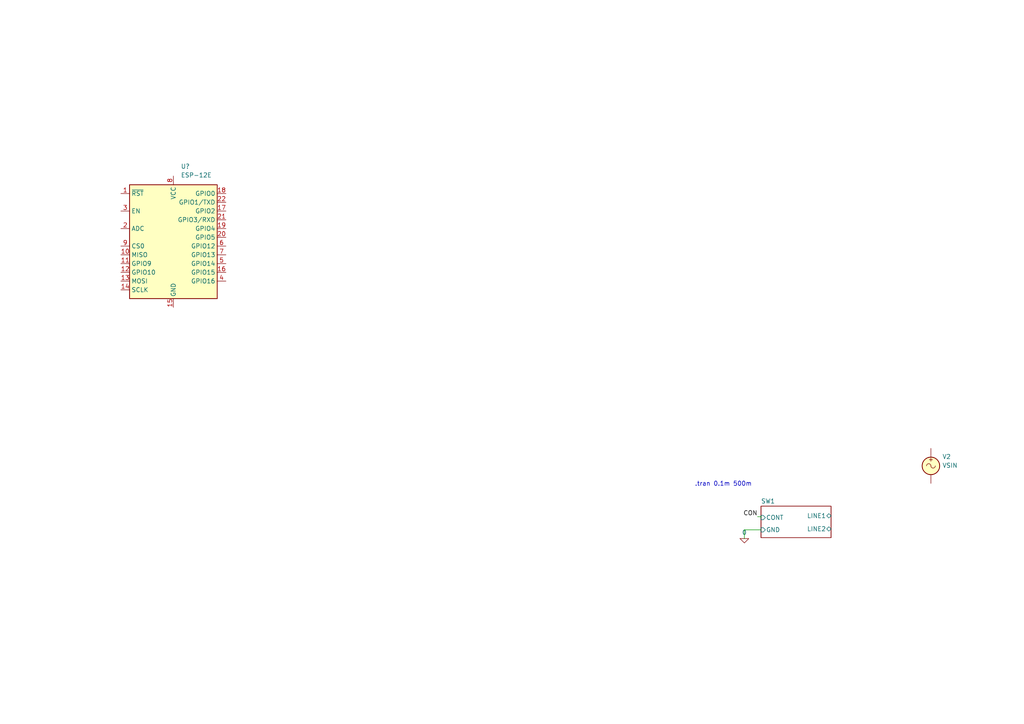
<source format=kicad_sch>
(kicad_sch (version 20250114) (generator "eeschema") (generator_version "9.0")
  (paper "A4")
  (lib_symbols
    (symbol "RF_Module:ESP-12E"
      (property "Reference" "U" (at -12.7 19.05 0))
      (property "Value" "ESP-12E" (at 12.7 19.05 0))
      (symbol "ESP-12E_0_1"
        (rectangle (start -12.7 17.78) (end 12.7 -15.24) (stroke (width 0.254)) (fill (type background)))
      )
      (symbol "ESP-12E_1_1"
        (pin input line (at -15.24 15.24 0) (length 2.54) (name "~{RST}") (number "1"))
        (pin input line (at -15.24 10.16 0) (length 2.54) (name "EN") (number "3"))
        (pin input line (at -15.24 5.08 0) (length 2.54) (name "ADC") (number "2"))
        (pin input line (at -15.24 0 0) (length 2.54) (name "CS0") (number "9"))
        (pin bidirectional line (at -15.24 -2.54 0) (length 2.54) (name "MISO") (number "10"))
        (pin bidirectional line (at -15.24 -5.08 0) (length 2.54) (name "GPIO9") (number "11"))
        (pin bidirectional line (at -15.24 -7.62 0) (length 2.54) (name "GPIO10") (number "12"))
        (pin bidirectional line (at -15.24 -10.16 0) (length 2.54) (name "MOSI") (number "13"))
        (pin bidirectional line (at -15.24 -12.7 0) (length 2.54) (name "SCLK") (number "14"))
        (pin power_in line (at 0 20.32 270) (length 2.54) (name "VCC") (number "8"))
        (pin power_in line (at 0 -17.78 90) (length 2.54) (name "GND") (number "15"))
        (pin bidirectional line (at 15.24 15.24 180) (length 2.54) (name "GPIO0") (number "18"))
        (pin bidirectional line (at 15.24 12.7 180) (length 2.54) (name "GPIO1/TXD") (number "22"))
        (pin bidirectional line (at 15.24 10.16 180) (length 2.54) (name "GPIO2") (number "17"))
        (pin bidirectional line (at 15.24 7.62 180) (length 2.54) (name "GPIO3/RXD") (number "21"))
        (pin bidirectional line (at 15.24 5.08 180) (length 2.54) (name "GPIO4") (number "19"))
        (pin bidirectional line (at 15.24 2.54 180) (length 2.54) (name "GPIO5") (number "20"))
        (pin bidirectional line (at 15.24 0 180) (length 2.54) (name "GPIO12") (number "6"))
        (pin bidirectional line (at 15.24 -2.54 180) (length 2.54) (name "GPIO13") (number "7"))
        (pin bidirectional line (at 15.24 -5.08 180) (length 2.54) (name "GPIO14") (number "5"))
        (pin bidirectional line (at 15.24 -7.62 180) (length 2.54) (name "GPIO15") (number "16"))
        (pin bidirectional line (at 15.24 -10.16 180) (length 2.54) (name "GPIO16") (number "4"))
      )
    )
    (symbol "Simulation_SPICE:0" (power) (pin_numbers (hide yes)) (pin_names (offset 0) (hide yes))
      (property "Value" "0" (at 0 -2.54 0))
      (symbol "0_0_1"
        (polyline (pts (xy -1.27 0) (xy 0 -1.27) (xy 1.27 0) (xy -1.27 0)))
      )
      (symbol "0_1_1"
        (pin power_in line (at 0 0 0) (length 0) (name "~") (number "1"))
      )
    )
    (symbol "Simulation_SPICE:VSIN" (pin_numbers (hide yes)) (pin_names (offset 0.0254))
      (property "Reference" "V" (at 2.54 2.54 0))
      (property "Value" "VSIN" (at 2.54 0 0))
      (property "Sim.Params" "dc=0 ampl=1 f=1k ac=1" (at 2.54 -2.54 0))
      (symbol "VSIN_0_0"
        (arc (start -1.27 0) (mid -0.635 0.6323) (end 0 0))
        (arc (start 1.27 0) (mid 0.635 -0.6323) (end 0 0))
        (text "+" (at 0 1.905 0) (effects (font (size 1.27 1.27))))
      )
      (symbol "VSIN_0_1"
        (circle (center 0 0) (radius 2.54) (stroke (width 0.254)) (fill (type background)))
      )
      (symbol "VSIN_1_1"
        (pin passive line (at 0 5.08 270) (length 2.54) (name "~") (number "1"))
        (pin passive line (at 0 -5.08 90) (length 2.54) (name "~") (number "2"))
      )
    )
  )
  (text ".tran 0.1m 500m" (at 209.804 140.462 0) (effects (font (size 1.27 1.27))))
  (wire (pts (xy 215.9 153.67) (xy 220.726 153.67)))
  (wire (pts (xy 215.9 156.21) (xy 215.9 153.67)))
  (wire (pts (xy 219.71 149.86) (xy 220.726 149.86)))
  (wire (pts (xy 220.726 149.86) (xy 220.726 150.114)))
  (label "CON" (at 219.71 149.86 180))
  (symbol (lib_id "Simulation_SPICE:0") (at 215.9 156.21 0) (unit 1)
    (property "Reference" "#GND03" (effects (hide yes)))
    (property "Value" "0" (at 215.9 154.432 0))
    (property "Datasheet" "https://ngspice.sourceforge.io/docs/ngspice-html-manual/manual.xhtml#subsec_Circuit_elements__device" (effects (hide yes)))
    (property "Description" "0V reference potential for simulation" (effects (hide yes)))
  )
  (symbol (lib_id "Simulation_SPICE:VSIN") (at 270.002 135.128 0) (unit 1)
    (property "Reference" "V2" (at 273.304 132.4581 0) (effects (justify left)))
    (property "Value" "VSIN" (at 273.304 134.9981 0) (effects (justify left)))
    (property "Datasheet" "https://ngspice.sourceforge.io/docs/ngspice-html-manual/manual.xhtml#sec_Independent_Sources_for" (effects (hide yes)))
    (property "Description" "Voltage source, sinusoidal" (effects (hide yes)))
    (property "Sim.Pins" "1=+ 2=-" (effects (hide yes)))
    (property "Sim.Params" "dc=0 ampl=311 f=50 ac=1" (effects (hide yes)))
    (property "Sim.Type" "SIN" (effects (hide yes)))
    (property "Sim.Device" "V" (effects (hide yes)))
  )
  (symbol (lib_id "RF_Module:ESP-12E") (at 50.292 71.374 0) (unit 1)
    (property "Reference" "U?" (at 52.4353 48.26 0) (effects (justify left)))
    (property "Value" "ESP-12E" (at 52.4353 50.8 0) (effects (justify left)))
    (property "Footprint" "RF_Module:ESP-12E" (effects (hide yes)))
    (property "Datasheet" "http://wiki.ai-thinker.com/_media/esp8266/esp8266_series_modules_user_manual_v1.1.pdf" (effects (hide yes)))
    (property "Description" "802.11 b/g/n Wi-Fi Module" (effects (hide yes)))
  )
  (sheet (at 220.726 146.812) (size 20.32 9.144) (stroke (width 0.1524))
    (property "Sheetname" "SW1" (at 220.726 146.1004 0) (effects (justify left bottom)))
    (property "Sheetfile" "SW1.kicad_sch" (effects (hide yes)))
    (pin "CONT" input (at 220.726 150.114 180))
    (pin "GND" input (at 220.726 153.67 180))
    (pin "LINE1" bidirectional (at 241.046 149.606 0))
    (pin "LINE2" bidirectional (at 241.046 153.416 0))
  )
)
</source>
